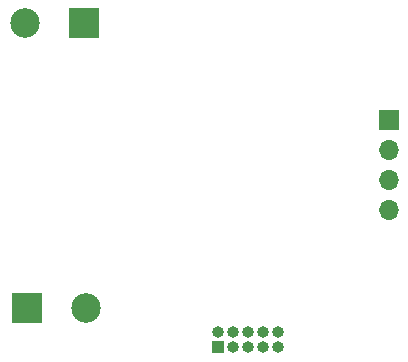
<source format=gbr>
%TF.GenerationSoftware,KiCad,Pcbnew,7.0.10*%
%TF.CreationDate,2024-01-17T14:48:32+01:00*%
%TF.ProjectId,PowerBoard,506f7765-7242-46f6-9172-642e6b696361,rev?*%
%TF.SameCoordinates,Original*%
%TF.FileFunction,Soldermask,Bot*%
%TF.FilePolarity,Negative*%
%FSLAX46Y46*%
G04 Gerber Fmt 4.6, Leading zero omitted, Abs format (unit mm)*
G04 Created by KiCad (PCBNEW 7.0.10) date 2024-01-17 14:48:32*
%MOMM*%
%LPD*%
G01*
G04 APERTURE LIST*
%ADD10R,1.000000X1.000000*%
%ADD11O,1.000000X1.000000*%
%ADD12R,2.500000X2.500000*%
%ADD13C,2.500000*%
%ADD14R,1.700000X1.700000*%
%ADD15O,1.700000X1.700000*%
G04 APERTURE END LIST*
D10*
%TO.C,J4*%
X102559500Y-126492000D03*
D11*
X102559500Y-125222000D03*
X103829500Y-126492000D03*
X103829500Y-125222000D03*
X105099500Y-126492000D03*
X105099500Y-125222000D03*
X106369500Y-126492000D03*
X106369500Y-125222000D03*
X107639500Y-126492000D03*
X107639500Y-125222000D03*
%TD*%
D12*
%TO.C,J2*%
X86360000Y-123190000D03*
D13*
X91360000Y-123190000D03*
%TD*%
D12*
%TO.C,J1*%
X91186000Y-99060000D03*
D13*
X86186000Y-99060000D03*
%TD*%
D14*
%TO.C,J3*%
X117037500Y-107198000D03*
D15*
X117037500Y-109738000D03*
X117037500Y-112278000D03*
X117037500Y-114818000D03*
%TD*%
M02*

</source>
